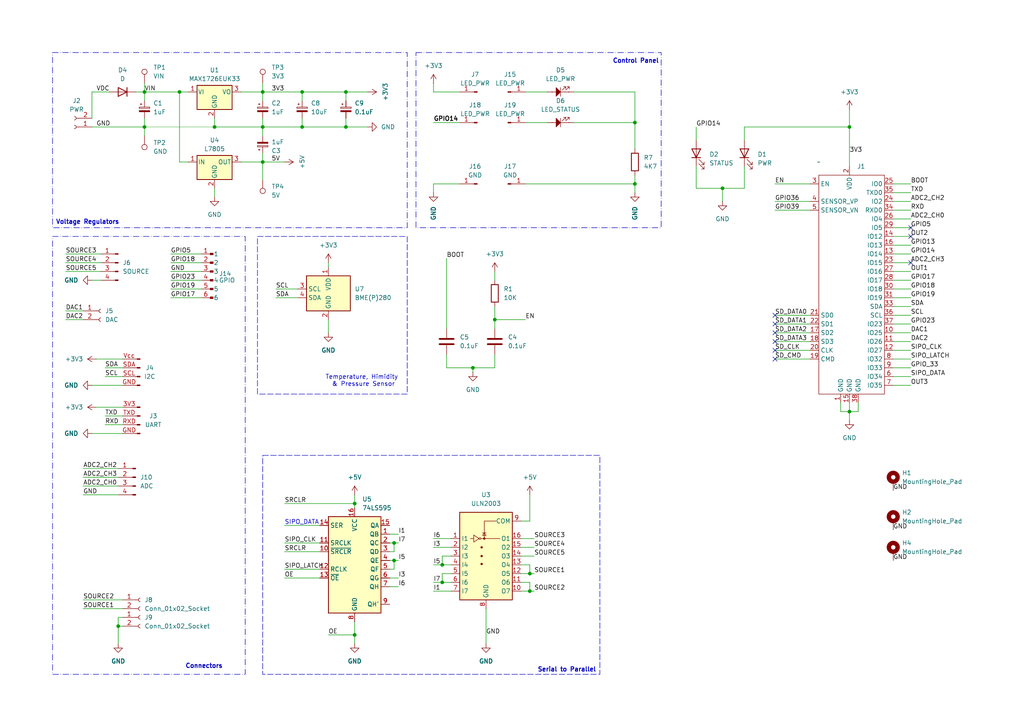
<source format=kicad_sch>
(kicad_sch (version 20231120) (generator "eeschema") (generator_version "8.0")
  (paper "A4")
  (junction (at 595.63 139.7))
  (junction (at 102.87 184.15))
  (junction (at 87.63 26.67))
  (junction (at 518.16 15.24))
  (junction (at 62.23 36.83))
  (junction (at 153.67 166.37))
  (junction (at 76.2 36.83))
  (junction (at 184.15 35.56))
  (junction (at 487.68 22.86))
  (junction (at 153.67 171.45))
  (junction (at 128.27 168.91))
  (junction (at 100.33 36.83))
  (junction (at 595.63 116.84))
  (junction (at 595.63 132.08))
  (junction (at 595.63 124.46))
  (junction (at 246.38 36.83))
  (junction (at 543.56 57.15))
  (junction (at 41.91 36.83))
  (junction (at 52.07 26.67))
  (junction (at 478.79 156.21))
  (junction (at 76.2 46.99))
  (junction (at 114.3 157.48))
  (junction (at 543.56 93.98))
  (junction (at 377.19 151.13))
  (junction (at 246.38 119.38))
  (junction (at 114.3 162.56))
  (junction (at 401.32 163.83))
  (junction (at 143.51 92.71))
  (junction (at 495.3 168.91))
  (junction (at 100.33 26.67))
  (junction (at 76.2 26.67))
  (junction (at 595.63 128.27))
  (junction (at 41.91 26.67))
  (junction (at 87.63 36.83))
  (junction (at 102.87 146.05))
  (junction (at 184.15 53.34))
  (junction (at 449.58 99.06))
  (junction (at 495.3 156.21))
  (junction (at 137.16 106.68))
  (junction (at 487.68 15.24))
  (junction (at 209.55 54.61))
  (junction (at 595.63 135.89))
  (junction (at 504.19 22.86))
  (junction (at 595.63 120.65))
  (junction (at 128.27 163.83))
  (junction (at 34.29 181.61))
  (no_connect (at 224.79 96.52))
  (no_connect (at 224.79 104.14))
  (no_connect (at 361.95 113.03))
  (no_connect (at 224.79 99.06))
  (no_connect (at 264.16 66.04))
  (no_connect (at 264.16 76.2))
  (no_connect (at 264.16 68.58))
  (no_connect (at 224.79 93.98))
  (no_connect (at 224.79 101.6))
  (no_connect (at 224.79 91.44))
  (wire (pts (xy 478.79 168.91) (xy 476.25 168.91)))
  (wire (pts (xy 114.3 162.56) (xy 114.3 165.1)))
  (wire (pts (xy 259.08 58.42) (xy 264.16 58.42)))
  (wire (pts (xy 553.72 62.23) (xy 556.26 62.23)))
  (wire (pts (xy 62.23 54.61) (xy 62.23 57.15)))
  (wire (pts (xy 52.07 26.67) (xy 54.61 26.67)))
  (wire (pts (xy 588.01 135.89) (xy 595.63 135.89)))
  (wire (pts (xy 482.6 95.25) (xy 492.76 95.25)))
  (wire (pts (xy 113.03 162.56) (xy 114.3 162.56)))
  (wire (pts (xy 224.79 101.6) (xy 234.95 101.6)))
  (wire (pts (xy 34.29 179.07) (xy 34.29 181.61)))
  (wire (pts (xy 30.48 109.22) (xy 35.56 109.22)))
  (wire (pts (xy 151.13 171.45) (xy 153.67 171.45)))
  (wire (pts (xy 41.91 36.83) (xy 62.23 36.83)) (stroke (width 0.0254)))
  (wire (pts (xy 482.6 97.79) (xy 492.76 97.79)))
  (wire (pts (xy 358.14 171.45) (xy 361.95 171.45)))
  (wire (pts (xy 102.87 180.34) (xy 102.87 184.15)))
  (wire (pts (xy 82.55 157.48) (xy 92.71 157.48)))
  (wire (pts (xy 572.77 120.65) (xy 580.39 120.65)))
  (wire (pts (xy 184.15 26.67) (xy 184.15 35.56)))
  (wire (pts (xy 615.95 24.13) (xy 622.3 24.13)))
  (wire (pts (xy 588.01 124.46) (xy 595.63 124.46)))
  (wire (pts (xy 184.15 50.8) (xy 184.15 53.34)))
  (wire (pts (xy 24.13 173.99) (xy 35.56 173.99)))
  (wire (pts (xy 574.04 64.77) (xy 580.39 64.77)))
  (wire (pts (xy 574.04 69.85) (xy 580.39 69.85)))
  (wire (pts (xy 129.54 106.68) (xy 137.16 106.68)))
  (wire (pts (xy 595.63 139.7) (xy 595.63 143.51)))
  (wire (pts (xy 41.91 26.67) (xy 52.07 26.67)))
  (wire (pts (xy 259.08 63.5) (xy 264.16 63.5)))
  (wire (pts (xy 209.55 54.61) (xy 215.9 54.61)))
  (wire (pts (xy 588.01 120.65) (xy 595.63 120.65)))
  (wire (pts (xy 495.3 158.75) (xy 495.3 156.21)))
  (wire (pts (xy 377.19 151.13) (xy 382.27 151.13)))
  (wire (pts (xy 224.79 99.06) (xy 234.95 99.06)))
  (wire (pts (xy 54.61 46.99) (xy 52.07 46.99)))
  (wire (pts (xy 30.48 120.65) (xy 35.56 120.65)))
  (wire (pts (xy 495.3 156.21) (xy 504.19 156.21)))
  (wire (pts (xy 482.6 130.81) (xy 494.03 130.81)))
  (wire (pts (xy 518.16 62.23) (xy 533.4 62.23)))
  (wire (pts (xy 24.13 140.97) (xy 34.29 140.97)))
  (wire (pts (xy 401.32 142.24) (xy 401.32 146.05)))
  (wire (pts (xy 82.55 160.02) (xy 92.71 160.02)))
  (wire (pts (xy 604.52 48.26) (xy 604.52 59.69)))
  (wire (pts (xy 574.04 67.31) (xy 580.39 67.31)))
  (wire (pts (xy 246.38 31.75) (xy 246.38 36.83)))
  (wire (pts (xy 259.08 78.74) (xy 264.16 78.74)))
  (wire (pts (xy 128.27 163.83) (xy 130.81 163.83)))
  (wire (pts (xy 128.27 168.91) (xy 130.81 168.91)))
  (wire (pts (xy 259.08 81.28) (xy 264.16 81.28)))
  (wire (pts (xy 615.95 26.67) (xy 622.3 26.67)))
  (wire (pts (xy 615.95 19.05) (xy 622.3 19.05)))
  (wire (pts (xy 482.6 125.73) (xy 494.03 125.73)))
  (wire (pts (xy 553.72 77.47) (xy 556.26 77.47)))
  (wire (pts (xy 482.6 15.24) (xy 487.68 15.24)))
  (wire (pts (xy 27.94 104.14) (xy 35.56 104.14)))
  (wire (pts (xy 153.67 171.45) (xy 154.94 171.45)))
  (wire (pts (xy 572.77 128.27) (xy 580.39 128.27)))
  (wire (pts (xy 125.73 156.21) (xy 130.81 156.21)))
  (wire (pts (xy 389.89 151.13) (xy 393.7 151.13)))
  (wire (pts (xy 452.12 95.25) (xy 452.12 99.06)))
  (wire (pts (xy 62.23 34.29) (xy 62.23 36.83)))
  (wire (pts (xy 100.33 36.83) (xy 106.68 36.83)))
  (wire (pts (xy 151.13 156.21) (xy 154.94 156.21)))
  (wire (pts (xy 29.21 78.74) (xy 19.05 78.74)))
  (wire (pts (xy 551.22 22.73) (xy 558.84 22.73)))
  (wire (pts (xy 243.84 119.38) (xy 246.38 119.38)))
  (wire (pts (xy 114.3 157.48) (xy 115.57 157.48)))
  (wire (pts (xy 125.73 26.67) (xy 125.73 24.13)))
  (wire (pts (xy 76.2 34.29) (xy 76.2 36.83)))
  (wire (pts (xy 29.21 73.66) (xy 19.05 73.66)))
  (wire (pts (xy 259.08 53.34) (xy 264.16 53.34)))
  (wire (pts (xy 87.63 26.67) (xy 87.63 29.21)))
  (wire (pts (xy 504.19 22.86) (xy 504.19 26.67)))
  (wire (pts (xy 49.53 81.28) (xy 58.42 81.28)))
  (wire (pts (xy 595.63 120.65) (xy 595.63 124.46)))
  (wire (pts (xy 153.67 151.13) (xy 151.13 151.13)))
  (wire (pts (xy 574.04 62.23) (xy 580.39 62.23)))
  (wire (pts (xy 461.01 67.31) (xy 466.09 67.31)))
  (wire (pts (xy 201.93 36.83) (xy 201.93 40.64)))
  (wire (pts (xy 469.9 15.24) (xy 474.98 15.24)))
  (wire (pts (xy 49.53 83.82) (xy 58.42 83.82)))
  (wire (pts (xy 151.13 168.91) (xy 153.67 168.91)))
  (wire (pts (xy 26.67 81.28) (xy 29.21 81.28)))
  (wire (pts (xy 518.16 67.31) (xy 533.4 67.31)))
  (wire (pts (xy 102.87 146.05) (xy 102.87 147.32)))
  (wire (pts (xy 595.63 128.27) (xy 595.63 132.08)))
  (wire (pts (xy 458.47 168.91) (xy 461.01 168.91)))
  (wire (pts (xy 595.63 116.84) (xy 595.63 120.65)))
  (wire (pts (xy 504.19 163.83) (xy 504.19 168.91)))
  (wire (pts (xy 631.19 8.89) (xy 631.19 12.7)))
  (wire (pts (xy 604.52 59.69) (xy 600.71 59.69)))
  (wire (pts (xy 125.73 53.34) (xy 125.73 55.88)))
  (wire (pts (xy 615.95 77.47) (xy 621.03 77.47)))
  (wire (pts (xy 234.95 53.34) (xy 224.79 53.34)))
  (wire (pts (xy 358.14 173.99) (xy 361.95 173.99)))
  (wire (pts (xy 166.37 35.56) (xy 184.15 35.56)))
  (wire (pts (xy 133.35 26.67) (xy 125.73 26.67)))
  (wire (pts (xy 102.87 143.51) (xy 102.87 146.05)))
  (wire (pts (xy 26.67 26.67) (xy 31.75 26.67)))
  (wire (pts (xy 243.84 116.84) (xy 243.84 119.38)))
  (wire (pts (xy 434.34 55.88) (xy 438.15 55.88)))
  (wire (pts (xy 588.01 132.08) (xy 595.63 132.08)))
  (wire (pts (xy 41.91 39.37) (xy 41.91 36.83)))
  (wire (pts (xy 19.05 90.17) (xy 24.13 90.17)))
  (wire (pts (xy 224.79 60.96) (xy 234.95 60.96)))
  (wire (pts (xy 543.56 48.26) (xy 543.56 57.15)))
  (wire (pts (xy 543.56 93.98) (xy 543.56 96.52)))
  (wire (pts (xy 504.19 161.29) (xy 506.73 161.29)))
  (wire (pts (xy 574.04 74.93) (xy 580.39 74.93)))
  (wire (pts (xy 49.53 76.2) (xy 58.42 76.2)))
  (wire (pts (xy 34.29 181.61) (xy 35.56 181.61)))
  (wire (pts (xy 27.94 118.11) (xy 35.56 118.11)))
  (wire (pts (xy 41.91 26.67) (xy 41.91 29.21)))
  (wire (pts (xy 143.51 88.9) (xy 143.51 92.71)))
  (wire (pts (xy 143.51 92.71) (xy 152.4 92.71)))
  (wire (pts (xy 153.67 163.83) (xy 153.67 166.37)))
  (wire (pts (xy 518.16 74.93) (xy 533.4 74.93)))
  (wire (pts (xy 259.08 106.68) (xy 264.16 106.68)))
  (wire (pts (xy 41.91 34.29) (xy 41.91 36.83)))
  (wire (pts (xy 209.55 58.42) (xy 209.55 54.61)))
  (wire (pts (xy 152.4 35.56) (xy 158.75 35.56)))
  (wire (pts (xy 615.95 74.93) (xy 621.03 74.93)))
  (wire (pts (xy 224.79 93.98) (xy 234.95 93.98)))
  (wire (pts (xy 153.67 143.51) (xy 153.67 151.13)))
  (wire (pts (xy 24.13 176.53) (xy 35.56 176.53)))
  (wire (pts (xy 486.41 173.99) (xy 487.68 173.99)))
  (wire (pts (xy 224.79 91.44) (xy 234.95 91.44)))
  (wire (pts (xy 113.03 160.02) (xy 114.3 160.02)))
  (wire (pts (xy 361.95 118.11) (xy 373.38 118.11)))
  (wire (pts (xy 113.03 167.64) (xy 115.57 167.64)))
  (wire (pts (xy 215.9 48.26) (xy 215.9 54.61)))
  (wire (pts (xy 52.07 26.67) (xy 52.07 46.99)))
  (wire (pts (xy 259.08 101.6) (xy 264.16 101.6)))
  (wire (pts (xy 342.9 113.03) (xy 346.71 113.03)))
  (wire (pts (xy 35.56 179.07) (xy 34.29 179.07)))
  (wire (pts (xy 76.2 46.99) (xy 82.55 46.99)))
  (wire (pts (xy 41.91 24.13) (xy 41.91 26.67)))
  (wire (pts (xy 76.2 36.83) (xy 87.63 36.83)))
  (wire (pts (xy 588.01 128.27) (xy 595.63 128.27)))
  (wire (pts (xy 259.08 104.14) (xy 264.16 104.14)))
  (wire (pts (xy 152.4 26.67) (xy 158.75 26.67)))
  (wire (pts (xy 567.73 10.03) (xy 567.73 13.84)))
  (wire (pts (xy 151.13 161.29) (xy 154.94 161.29)))
  (wire (pts (xy 401.32 156.21) (xy 401.32 163.83)))
  (wire (pts (xy 631.19 33.02) (xy 631.19 35.56)))
  (wire (pts (xy 259.08 93.98) (xy 264.16 93.98)))
  (wire (pts (xy 461.01 69.85) (xy 466.09 69.85)))
  (wire (pts (xy 143.51 102.87) (xy 143.51 106.68)))
  (wire (pts (xy 215.9 36.83) (xy 215.9 40.64)))
  (wire (pts (xy 82.55 152.4) (xy 92.71 152.4)))
  (wire (pts (xy 504.19 156.21) (xy 504.19 161.29)))
  (wire (pts (xy 553.72 69.85) (xy 556.26 69.85)))
  (wire (pts (xy 482.6 134.62) (xy 482.6 130.81)))
  (wire (pts (xy 600.71 69.85) (xy 605.79 69.85)))
  (wire (pts (xy 80.01 86.36) (xy 86.36 86.36)))
  (wire (pts (xy 151.13 163.83) (xy 153.67 163.83)))
  (wire (pts (xy 35.56 111.76) (xy 26.67 111.76)))
  (wire (pts (xy 151.13 158.75) (xy 154.94 158.75)))
  (wire (pts (xy 495.3 156.21) (xy 478.79 156.21)))
  (wire (pts (xy 30.48 123.19) (xy 35.56 123.19)))
  (wire (pts (xy 476.25 173.99) (xy 478.79 173.99)))
  (wire (pts (xy 125.73 35.56) (xy 133.35 35.56)))
  (wire (pts (xy 87.63 26.67) (xy 100.33 26.67)))
  (wire (pts (xy 595.63 113.03) (xy 595.63 116.84)))
  (wire (pts (xy 201.93 54.61) (xy 209.55 54.61)))
  (wire (pts (xy 76.2 36.83) (xy 76.2 39.37)))
  (wire (pts (xy 259.08 55.88) (xy 264.16 55.88)))
  (wire (pts (xy 452.12 99.06) (xy 449.58 99.06)))
  (wire (pts (xy 259.08 99.06) (xy 264.16 99.06)))
  (wire (pts (xy 574.04 77.47) (xy 580.39 77.47)))
  (wire (pts (xy 461.01 62.23) (xy 466.09 62.23)))
  (wire (pts (xy 143.51 92.71) (xy 143.51 95.25)))
  (wire (pts (xy 201.93 48.26) (xy 201.93 54.61)))
  (wire (pts (xy 102.87 184.15) (xy 102.87 186.69)))
  (wire (pts (xy 553.72 74.93) (xy 556.26 74.93)))
  (wire (pts (xy 449.58 95.25) (xy 449.58 99.06)))
  (wire (pts (xy 448.31 27.94) (xy 448.31 31.75)))
  (wire (pts (xy 574.04 80.01) (xy 580.39 80.01)))
  (wire (pts (xy 434.34 58.42) (xy 438.15 58.42)))
  (wire (pts (xy 518.16 77.47) (xy 533.4 77.47)))
  (wire (pts (xy 533.4 57.15) (xy 543.56 57.15)))
  (wire (pts (xy 553.72 72.39) (xy 556.26 72.39)))
  (wire (pts (xy 551.22 20.19) (xy 558.84 20.19)))
  (wire (pts (xy 100.33 26.67) (xy 100.33 29.21)))
  (wire (pts (xy 482.6 128.27) (xy 494.03 128.27)))
  (wire (pts (xy 358.14 166.37) (xy 361.95 166.37)))
  (wire (pts (xy 487.68 16.51) (xy 487.68 15.24)))
  (wire (pts (xy 482.6 123.19) (xy 494.03 123.19)))
  (wire (pts (xy 518.16 22.86) (xy 504.19 22.86)))
  (wire (pts (xy 590.55 85.09) (xy 590.55 93.98)))
  (wire (pts (xy 588.01 139.7) (xy 595.63 139.7)))
  (wire (pts (xy 62.23 36.83) (xy 76.2 36.83)))
  (wire (pts (xy 401.32 163.83) (xy 401.32 172.72)))
  (wire (pts (xy 358.14 168.91) (xy 361.95 168.91)))
  (wire (pts (xy 361.95 115.57) (xy 373.38 115.57)))
  (wire (pts (xy 259.08 86.36) (xy 264.16 86.36)))
  (wire (pts (xy 224.79 104.14) (xy 234.95 104.14)))
  (wire (pts (xy 485.14 90.17) (xy 492.76 90.17)))
  (wire (pts (xy 449.58 99.06) (xy 449.58 101.6)))
  (wire (pts (xy 543.56 90.17) (xy 543.56 93.98)))
  (wire (pts (xy 76.2 29.21) (xy 76.2 26.67)))
  (wire (pts (xy 615.95 67.31) (xy 621.03 67.31)))
  (wire (pts (xy 80.01 83.82) (xy 86.36 83.82)))
  (wire (pts (xy 259.08 60.96) (xy 264.16 60.96)))
  (wire (pts (xy 76.2 46.99) (xy 76.2 52.07)))
  (wire (pts (xy 472.44 22.86) (xy 487.68 22.86)))
  (wire (pts (xy 125.73 168.91) (xy 128.27 168.91)))
  (wire (pts (xy 572.77 135.89) (xy 580.39 135.89)))
  (wire (pts (xy 259.08 71.12) (xy 264.16 71.12)))
  (wire (pts (xy 259.08 88.9) (xy 264.16 88.9)))
  (wire (pts (xy 469.9 17.78) (xy 472.44 17.78)))
  (wire (pts (xy 615.95 80.01) (xy 621.03 80.01)))
  (wire (pts (xy 553.72 67.31) (xy 556.26 67.31)))
  (wire (pts (xy 26.67 36.83) (xy 41.91 36.83)))
  (wire (pts (xy 401.32 163.83) (xy 393.7 163.83)))
  (wire (pts (xy 24.13 138.43) (xy 34.29 138.43)))
  (wire (pts (xy 125.73 53.34) (xy 133.35 53.34)))
  (wire (pts (xy 482.6 100.33) (xy 482.6 97.79)))
  (wire (pts (xy 125.73 171.45) (xy 130.81 171.45)))
  (wire (pts (xy 377.19 142.24) (xy 377.19 151.13)))
  (wire (pts (xy 511.81 15.24) (xy 518.16 15.24)))
  (wire (pts (xy 572.77 116.84) (xy 580.39 116.84)))
  (wire (pts (xy 224.79 58.42) (xy 234.95 58.42)))
  (wire (pts (xy 615.95 62.23) (xy 621.03 62.23)))
  (wire (pts (xy 495.3 179.07) (xy 495.3 182.88)))
  (wire (pts (xy 113.03 154.94) (xy 115.57 154.94)))
  (wire (pts (xy 35.56 125.73) (xy 26.67 125.73)))
  (wire (pts (xy 600.71 77.47) (xy 605.79 77.47)))
  (wire (pts (xy 572.77 124.46) (xy 580.39 124.46)))
  (wire (pts (xy 259.08 76.2) (xy 264.16 76.2)))
  (wire (pts (xy 100.33 34.29) (xy 100.33 36.83)))
  (wire (pts (xy 506.73 163.83) (xy 504.19 163.83)))
  (wire (pts (xy 590.55 93.98) (xy 543.56 93.98)))
  (wire (pts (xy 327.66 113.03) (xy 335.28 113.03)))
  (wire (pts (xy 95.25 76.2) (xy 95.25 77.47)))
  (wire (pts (xy 49.53 86.36) (xy 58.42 86.36)))
  (wire (pts (xy 246.38 119.38) (xy 246.38 121.92)))
  (wire (pts (xy 259.08 68.58) (xy 264.16 68.58)))
  (wire (pts (xy 600.71 74.93) (xy 605.79 74.93)))
  (wire (pts (xy 615.95 82.55) (xy 621.03 82.55)))
  (wire (pts (xy 259.08 96.52) (xy 264.16 96.52)))
  (wire (pts (xy 595.63 135.89) (xy 595.63 139.7)))
  (wire (pts (xy 259.08 111.76) (xy 264.16 111.76)))
  (wire (pts (xy 478.79 156.21) (xy 478.79 168.91)))
  (wire (pts (xy 76.2 44.45) (xy 76.2 46.99)))
  (wire (pts (xy 125.73 158.75) (xy 130.81 158.75)))
  (wire (pts (xy 82.55 165.1) (xy 92.71 165.1)))
  (wire (pts (xy 246.38 36.83) (xy 246.38 48.26)))
  (wire (pts (xy 129.54 74.93) (xy 129.54 95.25)))
  (wire (pts (xy 572.77 139.7) (xy 580.39 139.7)))
  (wire (pts (xy 600.71 72.39) (xy 605.79 72.39)))
  (wire (pts (xy 485.14 118.11) (xy 494.03 118.11)))
  (wire (pts (xy 384.81 163.83) (xy 386.08 163.83)))
  (wire (pts (xy 461.01 72.39) (xy 466.09 72.39)))
  (wire (pts (xy 344.17 123.19) (xy 344.17 118.11)))
  (wire (pts (xy 184.15 53.34) (xy 184.15 55.88)))
  (wire (pts (xy 153.67 168.91) (xy 153.67 171.45)))
  (wire (pts (xy 455.93 173.99) (xy 461.01 173.99)))
  (wire (pts (xy 69.85 46.99) (xy 76.2 46.99)))
  (wire (pts (xy 69.85 26.67) (xy 76.2 26.67)))
  (wire (pts (xy 518.16 21.59) (xy 518.16 22.86)))
  (wire (pts (xy 472.44 17.78) (xy 472.44 22.86)))
  (wire (pts (xy 600.71 64.77) (xy 605.79 64.77)))
  (wire (pts (xy 518.16 69.85) (xy 533.4 69.85)))
  (wire (pts (xy 19.05 92.71) (xy 24.13 92.71)))
  (wire (pts (xy 34.29 181.61) (xy 34.29 186.69)))
  (wire (pts (xy 82.55 146.05) (xy 102.87 146.05)))
  (wire (pts (xy 248.92 119.38) (xy 246.38 119.38)))
  (wire (pts (xy 377.19 168.91) (xy 377.19 172.72)))
  (wire (pts (xy 535.94 93.98) (xy 543.56 93.98)))
  (wire (pts (xy 153.67 166.37) (xy 154.94 166.37)))
  (wire (pts (xy 440.69 168.91) (xy 450.85 168.91)))
  (wire (pts (xy 574.04 72.39) (xy 580.39 72.39)))
  (wire (pts (xy 259.08 66.04) (xy 264.16 66.04)))
  (wire (pts (xy 113.03 157.48) (xy 114.3 157.48)))
  (wire (pts (xy 259.08 109.22) (xy 264.16 109.22)))
  (wire (pts (xy 358.14 163.83) (xy 361.95 163.83)))
  (wire (pts (xy 518.16 16.51) (xy 518.16 15.24)))
  (wire (pts (xy 482.6 120.65) (xy 494.03 120.65)))
  (wire (pts (xy 248.92 116.84) (xy 248.92 119.38)))
  (wire (pts (xy 600.71 67.31) (xy 605.79 67.31)))
  (wire (pts (xy 553.72 64.77) (xy 556.26 64.77)))
  (wire (pts (xy 588.01 113.03) (xy 595.63 113.03)))
  (wire (pts (xy 588.01 116.84) (xy 595.63 116.84)))
  (wire (pts (xy 34.29 135.89) (xy 24.13 135.89)))
  (wire (pts (xy 447.04 99.06) (xy 449.58 99.06)))
  (wire (pts (xy 482.6 92.71) (xy 492.76 92.71)))
  (wire (pts (xy 447.04 95.25) (xy 447.04 99.06)))
  (wire (pts (xy 184.15 35.56) (xy 184.15 43.18)))
  (wire (pts (xy 95.25 184.15) (xy 102.87 184.15)))
  (wire (pts (xy 259.08 83.82) (xy 264.16 83.82)))
  (wire (pts (xy 76.2 24.13) (xy 76.2 26.67)))
  (wire (pts (xy 130.81 166.37) (xy 128.27 166.37)))
  (wire (pts (xy 259.08 73.66) (xy 264.16 73.66)))
  (wire (pts (xy 615.95 64.77) (xy 621.03 64.77)))
  (wire (pts (xy 130.81 161.29) (xy 128.27 161.29)))
  (wire (pts (xy 487.68 15.24) (xy 496.57 15.24)))
  (wire (pts (xy 518.16 15.24) (xy 525.78 15.24)))
  (wire (pts (xy 461.01 44.45) (xy 466.09 44.45)))
  (wire (pts (xy 487.68 22.86) (xy 504.19 22.86)))
  (wire (pts (xy 143.51 78.74) (xy 143.51 81.28)))
  (wire (pts (xy 495.3 166.37) (xy 495.3 168.91)))
  (wire (pts (xy 125.73 163.83) (xy 128.27 163.83)))
  (wire (pts (xy 87.63 34.29) (xy 87.63 36.83)))
  (wire (pts (xy 487.68 21.59) (xy 487.68 22.86)))
  (wire (pts (xy 49.53 73.66) (xy 58.42 73.66)))
  (wire (pts (xy 30.48 106.68) (xy 35.56 106.68)))
  (wire (pts (xy 600.71 80.01) (xy 605.79 80.01)))
  (wire (pts (xy 259.08 91.44) (xy 264.16 91.44)))
  (wire (pts (xy 26.67 26.67) (xy 26.67 34.29)))
  (wire (pts (xy 615.95 21.59) (xy 622.3 21.59)))
  (wire (pts (xy 358.14 161.29) (xy 361.95 161.29)))
  (wire (pts (xy 152.4 53.34) (xy 184.15 53.34)))
  (wire (pts (xy 137.16 106.68) (xy 137.16 107.95)))
  (wire (pts (xy 24.13 143.51) (xy 34.29 143.51)))
  (wire (pts (xy 224.79 96.52) (xy 234.95 96.52)))
  (wire (pts (xy 377.19 151.13) (xy 377.19 158.75)))
  (wire (pts (xy 572.77 132.08) (xy 580.39 132.08)))
  (wire (pts (xy 128.27 161.29) (xy 128.27 163.83)))
  (wire (pts (xy 113.03 165.1) (xy 114.3 165.1)))
  (wire (pts (xy 113.03 170.18) (xy 115.57 170.18)))
  (wire (pts (xy 95.25 92.71) (xy 95.25 96.52)))
  (wire (pts (xy 567.73 29.08) (xy 567.73 34.16)))
  (wire (pts (xy 595.63 124.46) (xy 595.63 128.27)))
  (wire (pts (xy 129.54 102.87) (xy 129.54 106.68)))
  (wire (pts (xy 478.79 153.67) (xy 478.79 156.21)))
  (wire (pts (xy 151.13 166.37) (xy 153.67 166.37)))
  (wire (pts (xy 140.97 176.53) (xy 140.97 186.69)))
  (wire (pts (xy 76.2 26.67) (xy 87.63 26.67)))
  (wire (pts (xy 450.85 27.94) (xy 450.85 31.75)))
  (wire (pts (xy 49.53 78.74) (xy 58.42 78.74)))
  (wire (pts (xy 29.21 76.2) (xy 19.05 76.2)))
  (wire (pts (xy 344.17 118.11) (xy 346.71 118.11)))
  (wire (pts (xy 137.16 106.68) (xy 143.51 106.68)))
  (wire (pts (xy 215.9 36.83) (xy 246.38 36.83)))
  (wire (pts (xy 504.19 168.91) (xy 495.3 168.91)))
  (wire (pts (xy 114.3 162.56) (xy 115.57 162.56)))
  (wire (pts (xy 455.93 182.88) (xy 455.93 173.99)))
  (wire (pts (xy 128.27 166.37) (xy 128.27 168.91)))
  (wire (pts (xy 246.38 116.84) (xy 246.38 119.38)))
  (wire (pts (xy 595.63 132.08) (xy 595.63 135.89)))
  (wire (pts (xy 615.95 72.39) (xy 621.03 72.39)))
  (wire (pts (xy 114.3 160.02) (xy 114.3 157.48)))
  (wire (pts (xy 553.72 80.01) (xy 556.26 80.01)))
  (wire (pts (xy 580.39 113.03) (xy 572.77 113.03)))
  (wire (pts (xy 600.71 62.23) (xy 605.79 62.23)))
  (wire (pts (xy 166.37 26.67) (xy 184.15 26.67)))
  (wire (pts (xy 87.63 36.83) (xy 100.33 36.83)))
  (wire (pts (xy 461.01 64.77) (xy 466.09 64.77)))
  (wire (pts (xy 615.95 69.85) (xy 621.03 69.85)))
  (wire (pts (xy 100.33 26.67) (xy 106.68 26.67)))
  (wire (pts (xy 39.37 26.67) (xy 41.91 26.67)))
  (wire (pts (xy 82.55 167.64) (xy 92.71 167.64)))
  (rectangle (start 328.93 137.16) (end 412.75 186.69) (stroke (width 0) (type dash_dot)))
  (rectangle (start 76.2 132.08) (end 173.99 195.58) (stroke (width 0) (type dash)))
  (rectangle (start 15.24 68.58) (end 71.12 195.58) (stroke (width 0) (type dash_dot)))
  (rectangle (start 74.676 68.58) (end 118.11 114.3) (stroke (width 0) (type dash)))
  (rectangle (start 120.65 15.24) (end 191.77 66.04) (stroke (width 0) (type dash_dot)))
  (rectangle (start 15.24 15.24) (end 118.11 66.04) (stroke (width 0) (type dash_dot)))
  (text "Voltage Regulators" (at 25.4 63.754 0) (effects (font (size 1.27 1.27) (thickness 0.254) (bold yes)) (justify top)))
  (text "UART Programmer" (at 401.828 184.912 0) (effects (font (size 1.27 1.27))))
  (text "Control Panel " (at 184.912 17.78 0) (effects (font (size 1.27 1.27) (thickness 0.254) (bold yes))))
  (text "Connectors\n" (at 59.182 193.294 0) (effects (font (size 1.27 1.27) (thickness 0.254) (bold yes))))
  (text "Serial to Parallel" (at 172.974 195.072 0) (effects (font (size 1.27 1.27) (bold yes)) (justify right bottom)))
  (text "Temperature, Himidity \n& Pressure Sensor" (at 105.41 110.49 0) (effects (font (size 1.27 1.27))))
  (label "SIPO_DATA" (at 264.16 109.22 0))
  (label "VIN" (at 487.68 15.24 0))
  (label "SOURCE5" (at 154.94 161.29 0))
  (label "GND" (at 259.08 142.24 0))
  (label "SPI-SDA" (at 482.6 120.65 0))
  (label "SRCLR-2" (at 518.16 69.85 0))
  (label "SOURCE3" (at 19.05 73.66 0))
  (label "O8" (at 605.79 80.01 0))
  (label "SOURCE4" (at 19.05 76.2 0))
  (label "SD_DATA1" (at 224.79 93.98 0))
  (label "SOURCE1" (at 24.13 176.53 0))
  (label "I7" (at 115.57 157.48 0))
  (label "TXD" (at 361.95 166.37 0))
  (label "GPIO5" (at 264.16 66.04 0))
  (label "SOURCE5" (at 19.05 78.74 0))
  (label "RTS" (at 401.32 172.72 0))
  (label "ADC2_CH2" (at 264.16 58.42 0))
  (label "OUT1" (at 264.16 78.74 0))
  (label "SPI-SDO" (at 482.6 128.27 0))
  (label "SPI-SCL" (at 466.09 62.23 0))
  (label "GPIO_33" (at 264.16 106.68 0))
  (label "O5" (at 605.79 72.39 0))
  (label "QF-2" (at 556.26 67.31 0))
  (label "O7" (at 615.95 74.93 0))
  (label "I3" (at 115.57 167.64 0))
  (label "O3" (at 605.79 67.31 0))
  (label "OE-2" (at 518.16 77.47 0))
  (label "O1" (at 615.95 62.23 0))
  (label "QG-2" (at 556.26 77.47 0))
  (label "OUT2" (at 264.16 68.58 0))
  (label "3V3" (at 361.95 161.29 0))
  (label "SD_DATA0" (at 224.79 91.44 0))
  (label "QE-2" (at 574.04 72.39 0))
  (label "QB-2" (at 572.77 116.84 180))
  (label "QA-2" (at 556.26 62.23 0))
  (label "EN" (at 401.32 142.24 0))
  (label "D5" (at 615.95 24.13 0))
  (label "GPIO23" (at 264.16 93.98 0))
  (label "VDC" (at 27.94 26.67 0))
  (label "GPIO13" (at 264.16 71.12 0))
  (label "SCL" (at 80.01 83.82 0))
  (label "QD-2" (at 572.77 124.46 180))
  (label "QE-2" (at 556.26 72.39 0))
  (label "SIPO_CLK" (at 82.55 157.48 0))
  (label "QF-2" (at 572.77 132.08 180))
  (label "SD_CLK" (at 224.79 101.6 0))
  (label "SPI-CSB" (at 482.6 125.73 0))
  (label "DAC2" (at 19.05 92.71 0))
  (label "OE" (at 95.25 184.15 0))
  (label "TXD" (at 264.16 55.88 0))
  (label "O5" (at 615.95 80.01 0))
  (label "GND" (at 615.95 82.55 0))
  (label "I1" (at 125.73 171.45 0))
  (label "BOOT" (at 129.54 74.93 0))
  (label "QH-2" (at 574.04 64.77 0))
  (label "ADC2_CH2" (at 24.13 135.89 0))
  (label "O7" (at 605.79 77.47 0))
  (label "SDA" (at 264.16 88.9 0))
  (label "D19" (at 615.95 26.67 0))
  (label "SD_CMD" (at 224.79 104.14 0))
  (label "ADC2_CH0" (at 24.13 140.97 0))
  (label "O8" (at 615.95 72.39 0))
  (label "SD_DATA3" (at 224.79 99.06 0))
  (label "SIPO_LATCH" (at 82.55 165.1 0))
  (label "QA-2" (at 572.77 113.03 180))
  (label "I5" (at 115.57 162.56 0))
  (label "GPIO17" (at 264.16 81.28 0))
  (label "GPIO23" (at 49.53 81.28 0))
  (label "SRCLR-2" (at 533.4 57.15 0))
  (label "3V3" (at 450.85 27.94 0))
  (label "GPIO5" (at 49.53 73.66 0))
  (label "DTR" (at 377.19 142.24 0))
  (label "GPIO13" (at 440.69 168.91 0))
  (label "SD_DATA2" (at 224.79 96.52 0))
  (label "O3" (at 615.95 67.31 0))
  (label "SDA-2" (at 551.22 22.73 0))
  (label "SPI-SCL" (at 482.6 123.19 0))
  (label "GND" (at 24.13 143.51 0))
  (label "EN" (at 152.4 92.71 0))
  (label "D18" (at 615.95 19.05 0))
  (label "RTS" (at 361.95 171.45 0))
  (label "QB-2" (at 556.26 74.93 0))
  (label "D23" (at 615.95 21.59 0))
  (label "SCL" (at 264.16 91.44 0))
  (label "SIPO_LATCH" (at 264.16 104.14 0))
  (label "QC-2" (at 574.04 80.01 0))
  (label "GPIO18" (at 264.16 83.82 0))
  (label "GPIO14" (at 201.93 36.83 0))
  (label "GPIO14" (at 264.16 73.66 0))
  (label "V1-" (at 363.22 118.11 0))
  (label "BOOT" (at 377.19 172.72 0))
  (label "RX" (at 434.34 55.88 0))
  (label "RXD" (at 30.48 123.19 0))
  (label "GPIO27" (at 327.66 113.03 0))
  (label "O1" (at 605.79 62.23 0))
  (label "SCL" (at 30.48 109.22 0))
  (label "QG-2" (at 574.04 67.31 0))
  (label "GND" (at 361.95 163.83 0))
  (label "SIPO_CLK" (at 264.16 101.6 0))
  (label "GND" (at 49.53 78.74 0))
  (label "I6" (at 125.73 156.21 0))
  (label "3V3" (at 246.38 44.45 0))
  (label "QE-2" (at 572.77 128.27 180))
  (label "ADC2_CH3" (at 264.16 76.2 0))
  (label "SPI-SDO" (at 466.09 64.77 0))
  (label "OUT3" (at 264.16 111.76 0))
  (label "SCL-2" (at 482.6 95.25 0))
  (label "GPIO39" (at 224.79 60.96 0))
  (label "I5" (at 125.73 163.83 0))
  (label "O4" (at 615.95 69.85 0))
  (label "SOURCE1" (at 154.94 166.37 0))
  (label "SPI-CSB" (at 466.09 44.45 0))
  (label "SPI-SDA" (at 466.09 72.39 0))
  (label "QC-2" (at 556.26 64.77 0))
  (label "O6" (at 615.95 77.47 0))
  (label "GND" (at 259.08 153.67 0))
  (label "GPIO17" (at 49.53 86.36 0))
  (label "GPIO18" (at 49.53 76.2 0))
  (label "SIPO_DATA-2" (at 518.16 62.23 0))
  (label "SOURCE2" (at 154.94 171.45 0))
  (label "BOOT" (at 264.16 53.34 0))
  (label "OE-2" (at 535.94 93.98 0))
  (label "RXD" (at 361.95 168.91 0))
  (label "SRCLR" (at 82.55 146.05 0))
  (label "SOURCE3" (at 154.94 156.21 0))
  (label "5V" (at 514.35 15.24 0))
  (label "O2" (at 605.79 64.77 0))
  (label "DTR" (at 361.95 173.99 0))
  (label "ADC2_CH0" (at 264.16 63.5 0))
  (label "5V" (at 78.74 46.99 0))
  (label "ADC2_CH3" (at 24.13 138.43 0))
  (label "SCL-2" (at 551.22 20.19 0))
  (label "SIPO_CLK-2" (at 518.16 67.31 0))
  (label "GND" (at 259.08 162.56 0))
  (label "VIN" (at 41.91 26.67 0))
  (label "SDA-2" (at 482.6 92.71 0))
  (label "QF-2" (at 574.04 77.47 0))
  (label "DAC2" (at 264.16 99.06 0))
  (label "O4" (at 605.79 69.85 0))
  (label "SDA" (at 80.01 86.36 0))
  (label "TX" (at 434.34 58.42 0))
  (label "QH-2" (at 572.77 139.7 180))
  (label "DAC1" (at 264.16 96.52 0))
  (label "3V3" (at 78.74 26.67 0))
  (label "OE" (at 82.55 167.64 0))
  (label "O2" (at 615.95 64.77 0))
  (label "SDA" (at 30.48 106.68 0))
  (label "QD-2" (at 574.04 74.93 0))
  (label "QD-2" (at 556.26 69.85 0))
  (label "SRCLR" (at 82.55 160.02 0))
  (label "GPIO19" (at 49.53 83.82 0))
  (label "QB-2" (at 574.04 69.85 0))
  (label "GPIO36" (at 224.79 58.42 0))
  (label "GPIO19" (at 264.16 86.36 0))
  (label "SCL-2" (at 466.09 69.85 0))
  (label "I3" (at 125.73 158.75 0))
  (label "GND" (at 27.94 36.83 0))
  (label "SIPO_LATCH-2" (at 518.16 74.93 0))
  (label "I1" (at 115.57 154.94 0))
  (label "V1+" (at 363.22 115.57 0))
  (label "DAC1" (at 19.05 90.17 0))
  (label "EN" (at 224.79 53.34 0))
  (label "VDC" (at 469.9 15.24 0))
  (label "I6" (at 115.57 170.18 0))
  (label "SIPO_DATA" (at 82.55 152.4 0))
  (label "QH-2" (at 556.26 80.01 0))
  (label "QC-2" (at 572.77 120.65 180))
  (label "GND" (at 140.97 184.15 0))
  (label "GPIO14" (at 125.73 35.56 0) (effects (font (bold yes))))
  (label "SOURCE4" (at 154.94 158.75 0))
  (label "I7" (at 125.73 168.91 0))
  (label "GND" (at 477.52 22.86 0))
  (label "TXD" (at 30.48 120.65 0))
  (label "SDA-2" (at 466.09 67.31 0))
  (label "QA-2" (at 574.04 62.23 0))
  (label "SOURCE2" (at 24.13 173.99 0))
  (label "RXD" (at 264.16 60.96 0))
  (label "QG-2" (at 572.77 135.89 180))
  (label "O6" (at 605.79 74.93 0))
  (symbol (lib_id "Connector:Conn_01x02_Socket") (at 29.21 90.17 0) (unit 1)
    (property "Reference" "J5" (at 30.48 90.1699 0) (effects (justify left)))
    (property "Value" "DAC" (at 30.48 92.7099 0) (effects (justify left)))
    (property "Footprint" "Connector_PinSocket_2.54mm:PinSocket_1x02_P2.54mm_Vertical" (effects (hide yes)))
  )
  (symbol (lib_id "power:GND") (at 631.19 35.56 0) (unit 1)
    (property "Reference" "#PWR042" (effects (hide yes)))
    (property "Value" "GND" (at 631.19 40.64 0))
  )
  (symbol (lib_id "power:GND") (at 106.68 36.83 90) (unit 1)
    (property "Reference" "#PWR03" (effects (hide yes)))
    (property "Value" "GND" (at 110.49 36.8299 90) (effects (justify right)))
  )
  (symbol (lib_name "+5V_1") (lib_id "power:+5V") (at 604.52 48.26 0) (unit 1)
    (property "Reference" "#PWR039" (effects (hide yes)))
    (property "Value" "+5V" (at 604.52 43.18 0))
    (property "Description" "Power symbol creates a global label with name \"+5V\"" (effects (hide yes)))
  )
  (symbol (lib_id "Device:R") (at 389.89 163.83 270) (unit 1) (on_board no)
    (property "Reference" "R3" (at 389.89 157.48 90))
    (property "Value" "10K" (at 389.89 160.02 90))
    (property "Footprint" "Resistor_SMD:R_1210_3225Metric_Pad1.30x2.65mm_HandSolder" (effects (hide yes)))
    (property "Description" "Resistor" (effects (hide yes)))
  )
  (symbol (lib_id "Connector:Conn_01x04_Pin") (at 39.37 138.43 0) (mirror y) (unit 1)
    (property "Reference" "J10" (at 40.64 138.4299 0) (effects (justify right)))
    (property "Value" "ADC" (at 40.64 140.9699 0) (effects (justify right)))
    (property "Footprint" "Connector_PinSocket_2.54mm:PinSocket_1x04_P2.54mm_Vertical" (effects (hide yes)))
  )
  (symbol (lib_name "+3V3_2") (lib_id "power:+3V3") (at 631.19 8.89 0) (unit 1)
    (property "Reference" "#PWR043" (effects (hide yes)))
    (property "Value" "+3V3" (at 631.19 5.08 0))
    (property "Description" "Power symbol creates a global label with name \"+3V3\"" (effects (hide yes)))
  )
  (symbol (lib_id "Device:LED") (at 584.2 135.89 180) (unit 1)
    (property "Reference" "D14" (at 585.7875 128.27 0))
    (property "Value" "PWR" (at 585.7875 130.81 0))
    (property "Footprint" "LED_SMD:LED_1210_3225Metric_Pad1.42x2.65mm_HandSolder" (effects (hide yes)))
    (property "Description" "Light emitting diode" (effects (hide yes)))
  )
  (symbol (lib_id "Device:C_Polarized_Small") (at 518.16 19.05 0) (mirror x) (unit 1)
    (property "Reference" "C7" (at 520.7 20.8661 0) (effects (justify left)))
    (property "Value" "1uF" (at 520.7 18.3261 0) (effects (justify left)))
    (property "Footprint" "Capacitor_THT:CP_Radial_D4.0mm_P2.00mm" (effects (hide yes)))
  )
  (symbol (lib_id "power:+3V3") (at 95.25 76.2 0) (unit 1)
    (property "Reference" "#PWR022" (effects (hide yes)))
    (property "Value" "+3V3" (at 95.25 71.12 0))
  )
  (symbol (lib_id "power:GND") (at 26.67 81.28 270) (unit 1)
    (property "Reference" "#PWR023" (effects (hide yes)))
    (property "Value" "GND" (at 22.86 81.28 90) (effects (font (bold yes)) (justify right)))
  )
  (symbol (lib_id "power:+3V3") (at 27.94 118.11 90) (unit 1)
    (property "Reference" "#PWR06" (effects (hide yes)))
    (property "Value" "+3V3" (at 24.13 118.1099 90) (effects (justify left)))
  )
  (symbol (lib_id "power:GND") (at 567.73 34.16 0) (unit 1)
    (property "Reference" "#PWR032" (effects (hide yes)))
    (property "Value" "GND" (at 567.73 39.24 0))
  )
  (symbol (lib_id "Device:LED") (at 584.2 124.46 180) (unit 1)
    (property "Reference" "D11" (at 585.7875 116.84 0))
    (property "Value" "PWR" (at 585.7875 119.38 0))
    (property "Footprint" "LED_SMD:LED_1210_3225Metric_Pad1.42x2.65mm_HandSolder" (effects (hide yes)))
    (property "Description" "Light emitting diode" (effects (hide yes)))
  )
  (symbol (lib_id "Alexander Symbol Library:BME(P)280") (at 96.52 87.63 0) (unit 1)
    (property "Reference" "U7" (at 102.87 83.8199 0) (effects (justify left)))
    (property "Value" "BME(P)280" (at 102.87 86.3599 0) (effects (justify left)))
    (property "Footprint" "Alexander Footprint Library:BME280_BMP280_I2C" (effects (hide yes)))
    (property "Description" "Absolute Barometric Pressure Sensor" (effects (hide yes)))
  )
  (symbol (lib_id "Device:LED") (at 201.93 44.45 90) (unit 1)
    (property "Reference" "D2" (at 205.74 44.7674 90) (effects (justify right)))
    (property "Value" "STATUS" (at 205.74 47.3074 90) (effects (justify right)))
    (property "Footprint" "LED_SMD:LED_1210_3225Metric_Pad1.42x2.65mm_HandSolder" (effects (hide yes)))
    (property "Description" "Light emitting diode" (effects (hide yes)))
  )
  (symbol (lib_id "Connector:Conn_01x01_Pin") (at 147.32 35.56 0) (mirror x) (unit 1)
    (property "Reference" "J19" (at 147.955 30.48 0))
    (property "Value" "LED_PWR" (at 147.955 33.02 0))
    (property "Footprint" "Alexander Footprint Library:Pad_1x01_P2.54_SMD" (effects (hide yes)))
    (property "Description" "Generic connector, single row, 01x01, script generated" (effects (hide yes)))
  )
  (symbol (lib_id "power:+3V3") (at 27.94 104.14 90) (unit 1)
    (property "Reference" "#PWR08" (effects (hide yes)))
    (property "Value" "+3V3" (at 24.13 104.14 90) (effects (justify left)))
  )
  (symbol (lib_id "Regulator_Linear:L7805") (at 504.19 15.24 0) (unit 1)
    (property "Reference" "U9" (at 504.19 8.89 0))
    (property "Value" "L7805" (at 504.19 11.43 0))
    (property "Footprint" "Alexander Footprint Library:LD1117" (effects (hide yes)))
    (property "Datasheet" "datasheets/Voltage-Regulator_L7805.pdf" (effects (hide yes)))
    (property "Description" "Voltage Regulator 1.5A Positive" (effects (hide yes)))
  )
  (symbol (lib_id "Alexander Symbol Library:BME(P)280") (at 569 24 0) (unit 1)
    (property "Reference" "U8" (at 575.35 20.1899 0) (effects (justify left)))
    (property "Value" "BME(P)280" (at 575.35 22.7299 0) (effects (justify left)))
    (property "Footprint" "Alexander Footprint Library:BME280_BMP280_I2C" (effects (hide yes)))
    (property "Description" "Absolute Barometric Pressure Sensor" (effects (hide yes)))
  )
  (symbol (lib_name "GND_4") (lib_id "power:GND") (at 543.56 96.52 0) (unit 1)
    (property "Reference" "#PWR036" (effects (hide yes)))
    (property "Value" "GND" (at 543.56 101.6 0) (effects (font (bold yes))))
    (property "Description" "Power symbol creates a global label with name \"GND\" , ground" (effects (hide yes)))
  )
  (symbol (lib_id "power:+3V3") (at 485.14 90.17 90) (unit 1)
    (property "Reference" "#PWR038" (effects (hide yes)))
    (property "Value" "+3V3" (at 481.33 90.17 90) (effects (justify left)))
  )
  (symbol (lib_id "power:+5V") (at 153.67 143.51 0) (unit 1)
    (property "Reference" "#PWR012" (effects (hide yes)))
    (property "Value" "+5V" (at 153.67 138.43 0))
  )
  (symbol (lib_id "Device:C_Polarized_Small") (at 87.63 31.75 0) (unit 1)
    (property "Reference" "C8" (at 90.17 29.9338 0) (effects (justify left)))
    (property "Value" "10uF" (at 90.17 32.4738 0) (effects (justify left)))
    (property "Footprint" "Capacitor_SMD:CP_Elec_3x5.3" (effects (hide yes)))
  )
  (symbol (lib_id "Transistor_Array:ULN2003") (at 140.97 161.29 0) (unit 1)
    (property "Reference" "U3" (at 140.97 143.51 0))
    (property "Value" "ULN2003" (at 140.97 146.05 0))
    (property "Footprint" "Package_DIP:DIP-16_W7.62mm" (effects (hide yes)))
    (property "Datasheet" "http://www.ti.com/lit/ds/symlink/uln2003a.pdf" (effects (hide yes)))
  )
  (symbol (lib_id "PCM_SL_Devices:LED_5mm") (at 162.56 26.67 0) (unit 1)
    (property "Reference" "D5" (at 162.56 20.32 0))
    (property "Value" "LED_PWR" (at 162.56 22.86 0))
    (property "Footprint" "LED_THT:LED_D5.0mm" (effects (hide yes)))
    (property "Description" "Common 5mm diameter LED" (effects (hide yes)))
  )
  (symbol (lib_id "Device:LED") (at 584.2 139.7 180) (unit 1)
    (property "Reference" "D15" (at 585.7875 132.08 0))
    (property "Value" "PWR" (at 585.7875 134.62 0))
    (property "Footprint" "LED_SMD:LED_1210_3225Metric_Pad1.42x2.65mm_HandSolder" (effects (hide yes)))
    (property "Description" "Light emitting diode" (effects (hide yes)))
  )
  (symbol (lib_id "Device:D") (at 495.3 162.56 270) (unit 1) (on_board no)
    (property "Reference" "D3" (at 497.84 161.2899 90) (effects (justify left)))
    (property "Value" "1N4007" (at 497.84 163.8299 90) (effects (justify left)))
    (property "Description" "Diode" (effects (hide yes)))
    (property "Sim.Device" "D" (effects (hide yes)))
    (property "Sim.Pins" "1=K 2=A" (effects (hide yes)))
  )
  (symbol (lib_id "Device:R") (at 386.08 151.13 270) (unit 1) (on_board no)
    (property "Reference" "R4" (at 386.08 144.78 90))
    (property "Value" "10K" (at 386.08 147.32 90))
    (property "Footprint" "Resistor_SMD:R_1210_3225Metric_Pad1.30x2.65mm_HandSolder" (effects (hide yes)))
    (property "Description" "Resistor" (effects (hide yes)))
  )
  (symbol (lib_name "Conn_SPI_1") (lib_id "Alexander Symbol Library:Conn_SPI") (at 499.11 135.89 0) (mirror y) (unit 1)
    (property "Reference" "J24" (at 498.475 114.3 0))
    (property "Value" "~" (at 498.475 116.84 0))
    (property "Footprint" "Alexander Footprint Library:Conn_SPI" (effects (hide yes)))
  )
  (symbol (lib_name "Conn_UART_1") (lib_id "Alexander_Library_Symbols:Conn_UART") (at 40.64 118.11 0) (mirror y) (unit 1)
    (property "Reference" "J3" (at 44.45 120.65 0))
    (property "Value" "UART" (at 44.45 123.19 0))
    (property "Footprint" "Alexander Footprints Library:Conn_UART" (effects (hide yes)))
  )
  (symbol (lib_name "+5V_1") (lib_id "power:+5V") (at 543.56 48.26 0) (unit 1)
    (property "Reference" "#PWR035" (effects (hide yes)))
    (property "Value" "+5V" (at 543.56 43.18 0))
    (property "Description" "Power symbol creates a global label with name \"+5V\"" (effects (hide yes)))
  )
  (symbol (lib_id "Device:C_Polarized_Small") (at 76.2 41.91 0) (mirror x) (unit 1)
    (property "Reference" "C3" (at 78.74 43.7261 0) (effects (justify left)))
    (property "Value" "1uF" (at 78.74 41.1861 0) (effects (justify left)))
    (property "Footprint" "Capacitor_THT:CP_Radial_D4.0mm_P2.00mm" (effects (hide yes)))
  )
  (symbol (lib_id "Device:C_Polarized_Small") (at 41.91 31.75 0) (unit 1)
    (property "Reference" "C1" (at 44.45 29.9339 0) (effects (justify left)))
    (property "Value" "1uF" (at 44.45 32.4739 0) (effects (justify left)))
    (property "Footprint" "Capacitor_THT:CP_Radial_D4.0mm_P2.00mm" (effects (hide yes)))
  )
  (symbol (lib_id "Device:R") (at 339.09 113.03 90) (unit 1) (on_board no)
    (property "Reference" "R2" (at 339.09 106.68 90))
    (property "Value" "1K" (at 339.09 109.22 90))
    (property "Footprint" "Resistor_SMD:R_1210_3225Metric_Pad1.30x2.65mm_HandSolder" (effects (hide yes)))
  )
  (symbol (lib_name "GND_6") (lib_id "power:GND") (at 455.93 182.88 0) (unit 1)
    (property "Reference" "#PWR020" (effects (hide yes)))
    (property "Value" "GND" (at 455.93 187.96 0))
    (property "Description" "Power symbol creates a global label with name \"GND\" , ground" (effects (hide yes)))
  )
  (symbol (lib_name "GND_5") (lib_id "power:GND") (at 495.3 182.88 0) (unit 1)
    (property "Reference" "#PWR019" (effects (hide yes)))
    (property "Value" "GND" (at 495.3 187.96 0))
    (property "Description" "Power symbol creates a global label with name \"GND\" , ground" (effects (hide yes)))
  )
  (symbol (lib_name "+5V_2") (lib_id "power:+5V") (at 448.31 27.94 0) (unit 1)
    (property "Reference" "#PWR030" (effects (hide yes)))
    (property "Value" "+5V" (at 448.31 22.86 0))
    (property "Description" "Power symbol creates a global label with name \"+5V\"" (effects (hide yes)))
  )
  (symbol (lib_id "power:GND") (at 26.67 111.76 270) (unit 1)
    (property "Reference" "#PWR09" (effects (hide yes)))
    (property "Value" "GND" (at 22.86 111.76 90) (effects (font (bold yes)) (justify right)))
  )
  (symbol (lib_name "GND_4") (lib_id "power:GND") (at 102.87 186.69 0) (unit 1)
    (property "Reference" "#PWR016" (effects (hide yes)))
    (property "Value" "GND" (at 102.87 191.77 0) (effects (font (bold yes))))
    (property "Description" "Power symbol creates a global label with name \"GND\" , ground" (effects (hide yes)))
  )
  (symbol (lib_name "+5V_2") (lib_id "power:+5V") (at 567.73 10.03 0) (unit 1)
    (property "Reference" "#PWR031" (effects (hide yes)))
    (property "Value" "+5V" (at 567.73 4.95 0))
    (property "Description" "Power symbol creates a global label with name \"+5V\"" (effects (hide yes)))
  )
  (symbol (lib_id "power:GND") (at 26.67 125.73 270) (unit 1)
    (property "Reference" "#PWR07" (effects (hide yes)))
    (property "Value" "GND" (at 22.86 125.73 90) (effects (font (bold yes)) (justify right)))
  )
  (symbol (lib_id "74xx:74LS595") (at 102.87 162.56 0) (unit 1)
    (property "Reference" "U5" (at 105.0641 144.78 0) (effects (justify left)))
    (property "Value" "74LS595" (at 105.0641 147.32 0) (effects (justify left)))
    (property "Footprint" "Package_DIP:DIP-16_W7.62mm" (effects (hide yes)))
    (property "Datasheet" "http://www.ti.com/lit/gpn/sn74ls595" (effects (hide yes)))
    (property "Description" "8-bit serial in/out Shift Register 3-State Outputs" (effects (hide yes)))
  )
  (symbol (lib_id "Connector:Conn_01x01_Pin") (at 147.32 26.67 0) (mirror x) (unit 1)
    (property "Reference" "J15" (at 147.955 21.59 0))
    (property "Value" "LED_PWR" (at 147.955 24.13 0))
    (property "Footprint" "Alexander Footprint Library:Pad_1x01_P2.54_SMD" (effects (hide yes)))
    (property "Description" "Generic connector, single row, 01x01, script generated" (effects (hide yes)))
  )
  (symbol (lib_id "Connector:Conn_01x02_Socket") (at 378.46 115.57 0) (unit 1) (on_board no)
    (property "Reference" "J12" (at 379.73 115.5699 0) (effects (justify left)))
    (property "Value" "Conn_01x02_Socket" (at 379.73 118.1099 0) (effects (justify left)))
    (property "Footprint" "Connector_PinSocket_2.54mm:PinSocket_1x02_P2.54mm_Vertical" (effects (hide yes)))
    (property "Description" "Generic connector, single row, 01x02, script generated" (effects (hide yes)))
  )
  (symbol (lib_id "Mechanical:MountingHole_Pad") (at 259.08 151.13 0) (unit 1)
    (property "Reference" "H2" (at 261.62 148.59 0) (effects (justify left)))
    (property "Value" "MountingHole_Pad" (at 261.62 151.13 0) (effects (justify left)))
    (property "Footprint" "MountingHole:MountingHole_3mm" (effects (hide yes)))
  )
  (symbol (lib_id "power:GND") (at 140.97 186.69 0) (unit 1)
    (property "Reference" "#PWR010" (effects (hide yes)))
    (property "Value" "GND" (at 140.97 191.77 0) (effects (font (bold yes))))
  )
  (symbol (lib_name "GND_3") (lib_id "power:GND") (at 209.55 58.42 0) (unit 1)
    (property "Reference" "#PWR015" (effects (hide yes)))
    (property "Value" "GND" (at 209.55 63.5 0))
    (property "Description" "Power symbol creates a global label with name \"GND\" , ground" (effects (hide yes)))
  )
  (symbol (lib_id "Device:D") (at 478.79 15.24 180) (unit 1)
    (property "Reference" "D7" (at 478.79 8.89 0))
    (property "Value" "D" (at 478.79 11.43 0))
    (property "Footprint" "Diode_SMD:D_1210_3225Metric" (effects (hide yes)))
    (property "Description" "Diode" (effects (hide yes)))
    (property "Sim.Device" "D" (effects (hide yes)))
    (property "Sim.Pins" "1=K 2=A" (effects (hide yes)))
  )
  (symbol (lib_id "Connector:Conn_01x02_Socket") (at 40.64 179.07 0) (unit 1)
    (property "Reference" "J9" (at 41.91 179.07 0) (effects (justify left)))
    (property "Value" "Conn_01x02_Socket" (at 41.91 181.61 0) (effects (justify left)))
    (property "Footprint" "Alexander Footprints Library:Conn_Terminal_5mm" (effects (hide yes)))
  )
  (symbol (lib_id "Connector:Conn_01x04_Pin") (at 34.29 76.2 0) (mirror y) (unit 1)
    (property "Reference" "J6" (at 35.56 76.1999 0) (effects (justify right)))
    (property "Value" "SOURCE" (at 35.56 78.7399 0) (effects (justify right)))
    (property "Footprint" "Connector_PinSocket_2.54mm:PinSocket_1x04_P2.54mm_Vertical" (effects (hide yes)))
  )
  (symbol (lib_id "power:+3V3") (at 143.51 78.74 0) (unit 1)
    (property "Reference" "#PWR024" (effects (hide yes)))
    (property "Value" "+3V3" (at 143.51 73.66 0))
  )
  (symbol (lib_name "GND_7") (lib_id "power:GND") (at 504.19 26.67 0) (unit 1)
    (property "Reference" "#PWR033" (effects (hide yes)))
    (property "Value" "GND" (at 504.19 31.75 0))
    (property "Description" "Power symbol creates a global label with name \"GND\" , ground" (effects (hide yes)))
  )
  (symbol (lib_name "GND_3") (lib_id "power:GND") (at 137.16 107.95 0) (unit 1)
    (property "Reference" "#PWR025" (effects (hide yes)))
    (property "Value" "GND" (at 137.16 113.03 0))
    (property "Description" "Power symbol creates a global label with name \"GND\" , ground" (effects (hide yes)))
  )
  (symbol (lib_id "Device:C") (at 143.51 99.06 0) (unit 1)
    (property "Reference" "C4" (at 147.32 97.7899 0) (effects (justify left)))
    (property "Value" "0.1uF" (at 147.32 100.3299 0) (effects (justify left)))
    (property "Footprint" "Capacitor_SMD:CP_Elec_3x5.3" (effects (hide yes)))
    (property "Description" "Unpolarized capacitor" (effects (hide yes)))
  )
  (symbol (lib_id "Transistor_Array:ULN2801A") (at 590.55 67.31 0) (unit 1)
    (property "Reference" "U11" (at 590.55 52.07 0))
    (property "Value" "ULN2801A" (at 590.55 54.61 0))
    (property "Footprint" "Package_DIP:DIP-18_W7.62mm" (effects (hide yes)))
    (property "Datasheet" "http://www.promelec.ru/pdf/1536.pdf" (effects (hide yes)))
    (property "Description" "Darlington Transistor Arrays, SOIC18/DIP18" (effects (hide yes)))
  )
  (symbol (lib_name "GND_1") (lib_id "power:GND") (at 34.29 186.69 0) (unit 1)
    (property "Reference" "#PWR014" (effects (hide yes)))
    (property "Value" "GND" (at 34.29 191.77 0) (effects (font (bold yes))))
    (property "Description" "Power symbol creates a global label with name \"GND\" , ground" (effects (hide yes)))
  )
  (symbol (lib_name "GND_4") (lib_id "power:GND") (at 595.63 143.51 0) (unit 1)
    (property "Reference" "#PWR040" (effects (hide yes)))
    (property "Value" "GND" (at 595.63 148.59 0) (effects (font (bold yes))))
    (property "Description" "Power symbol creates a global label with name \"GND\" , ground" (effects (hide yes)))
  )
  (symbol (lib_name "+3V3_1") (lib_id "power:+3V3") (at 125.73 24.13 0) (unit 1)
    (property "Reference" "#PWR026" (effects (hide yes)))
    (property "Value" "+3V3" (at 125.73 19.05 0))
    (property "Description" "Power symbol creates a global label with name \"+3V3\"" (effects (hide yes)))
  )
  (symbol (lib_id "Device:D") (at 35.56 26.67 180) (unit 1)
    (property "Reference" "D4" (at 35.56 20.32 0))
    (property "Value" "D" (at 35.56 22.86 0))
    (property "Footprint" "Diode_SMD:D_1210_3225Metric" (effects (hide yes)))
    (property "Description" "Diode" (effects (hide yes)))
    (property "Sim.Device" "D" (effects (hide yes)))
    (property "Sim.Pins" "1=K 2=A" (effects (hide yes)))
  )
  (symbol (lib_id "Device:LED") (at 584.2 128.27 180) (unit 1)
    (property "Reference" "D12" (at 585.7875 120.65 0))
    (property "Value" "PWR" (at 585.7875 123.19 0))
    (property "Footprint" "LED_SMD:LED_1210_3225Metric_Pad1.42x2.65mm_HandSolder" (effects (hide yes)))
    (property "Description" "Light emitting diode" (effects (hide yes)))
  )
  (symbol (lib_id "Connector:TestPoint") (at 76.2 52.07 180) (unit 1)
    (property "Reference" "TP4" (at 78.74 54.1019 0) (effects (justify right)))
    (property "Value" "5V" (at 78.74 56.6419 0) (effects (justify right)))
    (property "Footprint" "TestPoint:TestPoint_Pad_D1.5mm" (effects (hide yes)))
    (property "Description" "test point" (effects (hide yes)))
  )
  (symbol (lib_id "PCM_SL_Devices:LED_5mm") (at 162.56 35.56 0) (unit 1)
    (property "Reference" "D6" (at 162.56 29.21 0))
    (property "Value" "LED_STATUS" (at 162.56 31.75 0))
    (property "Footprint" "LED_THT:LED_D5.0mm" (effects (hide yes)))
    (property "Description" "Common 5mm diameter LED" (effects (hide yes)))
  )
  (symbol (lib_id "Connector:Conn_01x02_Socket") (at 40.64 173.99 0) (unit 1)
    (property "Reference" "J8" (at 41.91 173.99 0) (effects (justify left)))
    (property "Value" "Conn_01x02_Socket" (at 41.91 176.53 0) (effects (justify left)))
    (property "Footprint" "Alexander Footprints Library:Conn_Terminal_5mm" (effects (hide yes)))
  )
  (symbol (lib_id "power:GND") (at 482.6 100.33 0) (unit 1)
    (property "Reference" "#PWR037" (effects (hide yes)))
    (property "Value" "GND" (at 482.6 104.14 90) (effects (font (bold yes)) (justify right)))
  )
  (symbol (lib_id "Connector:Conn_01x02_Socket") (at 21.59 36.83 180) (unit 1)
    (property "Reference" "J2" (at 22.225 29.21 0))
    (property "Value" "PWR" (at 22.225 31.75 0))
    (property "Footprint" "Connector_PinSocket_2.54mm:PinSocket_1x02_P2.54mm_Vertical" (effects (hide yes)))
  )
  (symbol (lib_id "Regulator_Linear:L7805") (at 62.23 46.99 0) (unit 1)
    (property "Reference" "U4" (at 62.23 40.64 0))
    (property "Value" "L7805" (at 62.23 43.18 0))
    (property "Footprint" "Alexander Footprint Library:LD1117" (effects (hide yes)))
    (property "Datasheet" "datasheets/Voltage-Regulator_L7805.pdf" (effects (hide yes)))
    (property "Description" "Voltage Regulator 1.5A Positive" (effects (hide yes)))
  )
  (symbol (lib_id "Device:R") (at 184.15 46.99 0) (unit 1)
    (property "Reference" "R7" (at 186.69 45.7199 0) (effects (justify left)))
    (property "Value" "4K7" (at 186.69 48.2599 0) (effects (justify left)))
    (property "Footprint" "Resistor_SMD:R_1206_3216Metric_Pad1.30x1.75mm_HandSolder" (effects (hide yes)))
  )
  (symbol (lib_id "Connector:Conn_01x02_Socket") (at 464.82 17.78 180) (unit 1)
    (property "Reference" "J21" (at 465.455 10.16 0))
    (property "Value" "PWR" (at 465.455 12.7 0))
    (property "Footprint" "Connector_PinSocket_2.54mm:PinSocket_1x02_P2.54mm_Vertical" (effects (hide yes)))
  )
  (symbol (lib_id "Alexander_Library_Symbols:BME(P)280") (at 632.46 22.86 0) (unit 1)
    (property "Reference" "U10" (at 638.81 21.5899 0) (effects (justify left)))
    (property "Value" "BME(P)280" (at 638.81 24.1299 0) (effects (justify left)))
    (property "Footprint" "Alexander Footprint Library:BME280_BMP280_I2C" (effects (hide yes)))
    (property "Description" "Absolute Barometric Pressure Sensor" (effects (hide yes)))
  )
  (symbol (lib_id "Device:C_Polarized_Small") (at 100.33 31.75 0) (unit 1)
    (property "Reference" "C9" (at 102.87 29.9338 0) (effects (justify left)))
    (property "Value" "0.1uF" (at 102.87 32.4738 0) (effects (justify left)))
    (property "Footprint" "Capacitor_SMD:CP_Elec_3x5.3" (effects (hide yes)))
  )
  (symbol (lib_id "Device:LED") (at 215.9 44.45 90) (unit 1)
    (property "Reference" "D1" (at 219.71 44.7674 90) (effects (justify right)))
    (property "Value" "PWR" (at 219.71 47.3074 90) (effects (justify right)))
    (property "Footprint" "LED_SMD:LED_1210_3225Metric_Pad1.42x2.65mm_HandSolder" (effects (hide yes)))
    (property "Description" "Light emitting diode" (effects (hide yes)))
  )
  (symbol (lib_id "power:GND") (at 125.73 55.88 0) (unit 1)
    (property "Reference" "#PWR028" (effects (hide yes)))
    (property "Value" "GND" (at 125.73 59.69 90) (effects (font (bold yes)) (justify right)))
  )
  (symbol (lib_id "Simulation_SPICE:NPN") (at 398.78 151.13 0) (unit 1) (on_board no)
    (property "Reference" "Q1" (at 403.86 149.8599 0) (effects (justify left)))
    (property "Value" "NPN" (at 403.86 152.3999 0) (effects (justify left)))
    (property "Footprint" "Package_TO_SOT_THT:TO-92_Inline_W4.0mm_Horizontal_FlatSideDown" (effects (hide yes)))
    (property "Datasheet" "https://ngspice.sourceforge.io/docs/ngspice-html-manual/manual.xhtml#cha_BJTs" (effects (hide yes)))
    (property "Description" "Bipolar transistor symbol for simulation only, substrate tied to the emitter" (effects (hide yes)))
    (property "Sim.Device" "NPN" (effects (hide yes)))
    (property "Sim.Type" "GUMMELPOON" (effects (hide yes)))
    (property "Sim.Pins" "1=C 2=B 3=E" (effects (hide yes)))
  )
  (symbol (lib_id "Device:LED") (at 584.2 132.08 180) (unit 1)
    (property "Reference" "D13" (at 585.7875 124.46 0))
    (property "Value" "PWR" (at 585.7875 127 0))
    (property "Footprint" "LED_SMD:LED_1210_3225Metric_Pad1.42x2.65mm_HandSolder" (effects (hide yes)))
    (property "Description" "Light emitting diode" (effects (hide yes)))
  )
  (symbol (lib_name "+5V_2") (lib_id "power:+5V") (at 478.79 153.67 0) (unit 1)
    (property "Reference" "#PWR018" (effects (hide yes)))
    (property "Value" "+5V" (at 478.79 148.59 0))
    (property "Description" "Power symbol creates a global label with name \"+5V\"" (effects (hide yes)))
  )
  (symbol (lib_id "Device:R") (at 454.66 168.91 270) (unit 1) (on_board no)
    (property "Reference" "R5" (at 454.66 162.56 90))
    (property "Value" "470" (at 454.66 165.1 90))
    (property "Footprint" "Resistor_SMD:R_1206_3216Metric_Pad1.30x1.75mm_HandSolder" (effects (hide yes)))
    (property "Description" "Resistor" (effects (hide yes)))
  )
  (symbol (lib_id "Device:LED") (at 584.2 116.84 180) (unit 1)
    (property "Reference" "D9" (at 585.7875 109.22 0))
    (property "Value" "PWR" (at 585.7875 111.76 0))
    (property "Footprint" "LED_SMD:LED_1210_3225Metric_Pad1.42x2.65mm_HandSolder" (effects (hide yes)))
    (property "Description" "Light emitting diode" (effects (hide yes)))
  )
  (symbol (lib_name "+5V_2") (lib_id "power:+5V") (at 525.78 15.24 270) (unit 1)
    (property "Reference" "#PWR034" (effects (hide yes)))
    (property "Value" "+5V" (at 529.59 15.2399 90) (effects (justify left)))
    (property "Description" "Power symbol creates a global label with name \"+5V\"" (effects (hide yes)))
  )
  (symbol (lib_id "Connector:Conn_01x01_Pin") (at 138.43 35.56 180) (unit 1)
    (property "Reference" "J18" (at 137.795 30.48 0))
    (property "Value" "LED_PWR" (at 137.795 33.02 0))
    (property "Footprint" "Alexander Footprint Library:PinSocket_1x01_P2.54" (effects (hide yes)))
    (property "Description" "Generic connector, single row, 01x01, script generated" (effects (hide yes)))
  )
  (symbol (lib_id "power:GND") (at 62.23 57.15 0) (unit 1)
    (property "Reference" "#PWR013" (effects (hide yes)))
    (property "Value" "GND" (at 62.23 62.23 0))
  )
  (symbol (lib_id "Device:C_Polarized_Small") (at 76.2 31.75 0) (unit 1)
    (property "Reference" "C2" (at 78.74 29.9339 0) (effects (justify left)))
    (property "Value" "1uF" (at 78.74 32.4739 0) (effects (justify left)))
    (property "Footprint" "Capacitor_THT:CP_Radial_D4.0mm_P2.00mm" (effects (hide yes)))
  )
  (symbol (lib_id "Connector:Conn_01x02_Socket") (at 511.81 161.29 0) (unit 1) (on_board no)
    (property "Reference" "J11" (at 513.08 161.2899 0) (effects (justify left)))
    (property "Value" "Conn_01x02_Socket" (at 513.08 163.8299 0) (effects (justify left)))
    (property "Footprint" "Connector_PinSocket_2.54mm:PinSocket_1x02_P2.54mm_Vertical" (effects (hide yes)))
    (property "Description" "Generic connector, single row, 01x02, script generated" (effects (hide yes)))
  )
  (symbol (lib_id "Alexander_Library_Symbols:Conn_I2C_01x04") (at 497.84 92.71 0) (mirror y) (unit 1)
    (property "Reference" "J23" (at 500.634 92.71 0))
    (property "Value" "I2C" (at 500.634 95.25 0))
    (property "Footprint" "Alexander Footprint Library:Conn_I2C" (effects (hide yes)))
  )
  (symbol (lib_id "Switch:SW_Push") (at 387.35 105.41 0) (unit 1)
    (property "Reference" "SW1" (at 387.35 97.79 0))
    (property "Value" "SW_Push" (at 387.35 100.33 0))
    (property "Footprint" "Button_Switch_THT:SW_PUSH_6mm" (effects (hide yes)))
    (property "Description" "Push button switch, generic, two pins" (effects (hide yes)))
  )
  (symbol (lib_id "Connector:Conn_01x01_Pin") (at 138.43 26.67 180) (unit 1)
    (property "Reference" "J7" (at 137.795 21.59 0))
    (property "Value" "LED_PWR" (at 137.795 24.13 0))
    (property "Footprint" "Alexander Footprint Library:PinSocket_1x01_P2.54" (effects (hide yes)))
    (property "Description" "Generic connector, single row, 01x01, script generated" (effects (hide yes)))
  )
  (symbol (lib_id "power:+3V3") (at 246.38 31.75 0) (unit 1)
    (property "Reference" "#PWR02" (effects (hide yes)))
    (property "Value" "+3V3" (at 246.38 26.67 0))
  )
  (symbol (lib_id "Connector:TestPoint") (at 41.91 39.37 180) (unit 1)
    (property "Reference" "TP2" (at 44.45 41.4019 0) (effects (justify right)))
    (property "Value" "GND" (at 44.45 43.9419 0) (effects (justify right)))
    (property "Footprint" "TestPoint:TestPoint_Pad_D1.5mm" (effects (hide yes)))
    (property "Description" "test point" (effects (hide yes)))
  )
  (symbol (lib_id "Simulation_SPICE:NPN") (at 379.73 163.83 180) (unit 1) (on_board no)
    (property "Reference" "Q2" (at 374.65 165.1001 0) (effects (justify left)))
    (property "Value" "NPN" (at 374.65 162.5601 0) (effects (justify left)))
    (property "Footprint" "Package_TO_SOT_THT:TO-92_Inline_W4.0mm_Horizontal_FlatSideDown" (effects (hide yes)))
    (property "Datasheet" "https://ngspice.sourceforge.io/docs/ngspice-html-manual/manual.xhtml#cha_BJTs" (effects (hide yes)))
    (property "Description" "Bipolar transistor symbol for simulation only, substrate tied to the emitter" (effects (hide yes)))
    (property "Sim.Device" "NPN" (effects (hide yes)))
    (property "Sim.Type" "GUMMELPOON" (effects (hide yes)))
    (property "Sim.Pins" "1=C 2=B 3=E" (effects (hide yes)))
  )
  (symbol (lib_id "Connector:Conn_01x01_Pin") (at 138.43 53.34 180) (unit 1)
    (property "Reference" "J16" (at 137.795 48.26 0))
    (property "Value" "GND" (at 137.795 50.8 0))
    (property "Footprint" "Alexander Footprint Library:PinSocket_1x01_P2.54" (effects (hide yes)))
    (property "Description" "Generic connector, single row, 01x01, script generated" (effects (hide yes)))
  )
  (symbol (lib_id "Simulation_SPICE:NPN") (at 492.76 173.99 0) (unit 1) (on_board no)
    (property "Reference" "Q3" (at 497.84 172.7199 0) (effects (justify left)))
    (property "Value" "2N3904" (at 497.84 175.2599 0) (effects (justify left)))
    (property "Footprint" "Package_TO_SOT_THT:TO-92" (effects (hide yes)))
    (property "Datasheet" "https://ngspice.sourceforge.io/docs/ngspice-html-manual/manual.xhtml#cha_BJTs" (effects (hide yes)))
    (property "Description" "Bipolar transistor symbol for simulation only, substrate tied to the emitter" (effects (hide yes)))
    (property "Sim.Device" "NPN" (effects (hide yes)))
    (property "Sim.Type" "GUMMELPOON" (effects (hide yes)))
    (property "Sim.Pins" "1=C 2=B 3=E" (effects (hide yes)))
  )
  (symbol (lib_id "power:+5V") (at 82.55 46.99 270) (unit 1)
    (property "Reference" "#PWR05" (effects (hide yes)))
    (property "Value" "+5V" (at 87.63 46.99 0))
  )
  (symbol (lib_name "74LS595_1") (lib_id "74xx:74LS595") (at 543.56 72.39 0) (unit 1)
    (property "Reference" "U26" (at 545.7541 54.84 0) (effects (justify left)))
    (property "Value" "74LS595" (at 545.7541 57.38 0) (effects (justify left)))
    (property "Footprint" "Package_SO:SO-16_3.9x9.9mm_P1.27mm" (effects (hide yes)))
    (property "Datasheet" "http://www.ti.com/lit/gpn/sn74ls595" (effects (hide yes)))
    (property "Description" "8-bit serial in/out Shift Register 3-State Outputs" (effects (hide yes)))
  )
  (symbol (lib_id "power:GND") (at 449.58 101.6 0) (unit 1)
    (property "Reference" "#PWR029" (effects (hide yes)))
    (property "Value" "GND" (at 449.58 106.68 0))
  )
  (symbol (lib_id "Mechanical:MountingHole_Pad") (at 259.08 139.7 0) (unit 1)
    (property "Reference" "H1" (at 261.62 137.16 0) (effects (justify left)))
    (property "Value" "MountingHole_Pad" (at 261.62 139.7 0) (effects (justify left)))
    (property "Footprint" "MountingHole:MountingHole_3mm" (effects (hide yes)))
  )
  (symbol (lib_id "Alexander Symbol Library:ESP32-WROOM-32U-38pins") (at 440.69 92.71 0) (unit 1)
    (property "Reference" "J20" (at 453.0441 30.48 0) (effects (justify left)))
    (property "Value" "~" (at 454.3141 33.02 0) (effects (justify left)))
    (property "Footprint" "Alexander Footprint Library:Conn_ESP32_WROOM-DevKit-38pins" (effects (hide yes)))
    (property "Description" "Connector ESP32 WROOM 32D Module 38pins anthena" (effects (hide yes)))
  )
  (symbol (lib_id "Device:LED") (at 584.2 113.03 180) (unit 1)
    (property "Reference" "D8" (at 585.7875 105.41 0))
    (property "Value" "PWR" (at 585.7875 107.95 0))
    (property "Footprint" "LED_SMD:LED_1210_3225Metric_Pad1.42x2.65mm_HandSolder" (effects (hide yes)))
    (property "Description" "Light emitting diode" (effects (hide yes)))
  )
  (symbol (lib_id "Device:C") (at 129.54 99.06 0) (unit 1)
    (property "Reference" "C5" (at 133.35 97.7899 0) (effects (justify left)))
    (property "Value" "0.1uF" (at 133.35 100.3299 0) (effects (justify left)))
    (property "Footprint" "Capacitor_SMD:CP_Elec_3x5.3" (effects (hide yes)))
    (property "Description" "Unpolarized capacitor" (effects (hide yes)))
  )
  (symbol (lib_id "Connector:TestPoint") (at 41.91 24.13 0) (unit 1)
    (property "Reference" "TP1" (at 44.45 19.5579 0) (effects (justify left)))
    (property "Value" "VIN" (at 44.45 22.0979 0) (effects (justify left)))
    (property "Footprint" "TestPoint:TestPoint_Pad_D1.5mm" (effects (hide yes)))
    (property "Description" "test point" (effects (hide yes)))
  )
  (symbol (lib_id "Device:R") (at 482.6 173.99 270) (unit 1) (on_board no)
    (property "Reference" "R6" (at 482.6 167.64 90))
    (property "Value" "120" (at 482.6 170.18 90))
    (property "Footprint" "Resistor_SMD:R_1206_3216Metric_Pad1.30x1.75mm_HandSolder" (effects (hide yes)))
    (property "Description" "Resistor" (effects (hide yes)))
  )
  (symbol (lib_id "Connector:Conn_01x09_Pin") (at 626.11 72.39 0) (mirror y) (unit 1)
    (property "Reference" "J22" (at 627.38 73.6601 0) (effects (justify right)))
    (property "Value" "Conn_01x09_Pin" (at 627.38 71.1201 0) (effects (justify right)))
    (property "Footprint" "Connector_PinHeader_2.54mm:PinHeader_1x09_P2.54mm_Vertical" (effects (hide yes)))
    (property "Description" "Generic connector, single row, 01x09, script generated" (effects (hide yes)))
  )
  (symbol (lib_id "Regulator_Linear:LM78M05_TO220") (at 62.23 26.67 0) (unit 1)
    (property "Reference" "U1" (at 62.23 20.32 0))
    (property "Value" "MAX1726EUK33" (at 62.23 22.86 0))
    (property "Footprint" "Package_TO_SOT_SMD:SOT-223-3_TabPin2" (effects (hide yes)))
    (property "Datasheet" "https://www.onsemi.com/pub/Collateral/MC78M00-D.PDF" (effects (hide yes)))
  )
  (symbol (lib_id "Mechanical:MountingHole_Pad") (at 259.08 160.02 0) (unit 1)
    (property "Reference" "H4" (at 261.62 157.48 0) (effects (justify left)))
    (property "Value" "MountingHole_Pad" (at 261.62 160.02 0) (effects (justify left)))
    (property "Footprint" "MountingHole:MountingHole_3mm" (effects (hide yes)))
  )
  (symbol (lib_id "Isolator:4N35") (at 354.33 115.57 0) (unit 1) (on_board no)
    (property "Reference" "U2" (at 354.33 106.68 0))
    (property "Value" "4N35" (at 354.33 109.22 0))
    (property "Footprint" "Package_DIP:DIP-6_W7.62mm" (effects (hide yes)))
    (property "Datasheet" "https://www.vishay.com/docs/81181/4n35.pdf" (effects (hide yes)))
    (property "Description" "Optocoupler, Phototransistor Output, with Base Connection, Vce 70V, CTR 100%, Viso 5000V, DIP6" (effects (hide yes)))
  )
  (symbol (lib_id "Alexander_Library_Symbols:Conn_2x3") (at 60.96 71.12 0) (unit 1)
    (property "Reference" "J14" (at 63.5 79.3749 0) (effects (justify left)))
    (property "Value" "GPIO" (at 63.5 81.28 0) (effects (justify left)))
    (property "Footprint" "Alexander Footprint Library:CONN_2x3" (effects (hide yes)))
    (property "Description" "Connector 2x3" (effects (hide yes)))
  )
  (symbol (lib_id "power:+3V3") (at 106.68 26.67 270) (unit 1)
    (property "Reference" "#PWR04" (effects (hide yes)))
    (property "Value" "+3V3" (at 111.76 26.67 0))
  )
  (symbol (lib_id "power:+3V3") (at 485.14 118.11 90) (unit 1)
    (property "Reference" "#PWR044" (effects (hide yes)))
    (property "Value" "+3V3" (at 481.33 118.11 90) (effects (justify left)))
  )
  (symbol (lib_id "Device:LED") (at 584.2 120.65 180) (unit 1)
    (property "Reference" "D10" (at 585.7875 113.03 0))
    (property "Value" "PWR" (at 585.7875 115.57 0))
    (property "Footprint" "LED_SMD:LED_1210_3225Metric_Pad1.42x2.65mm_HandSolder" (effects (hide yes)))
    (property "Description" "Light emitting diode" (effects (hide yes)))
  )
  (symbol (lib_id "Connector:TestPoint") (at 76.2 24.13 0) (unit 1)
    (property "Reference" "TP3" (at 78.74 19.5579 0) (effects (justify left)))
    (property "Value" "3V3" (at 78.74 22.0979 0) (effects (justify left)))
    (property "Footprint" "TestPoint:TestPoint_Pad_D1.5mm" (effects (hide yes)))
    (property "Description" "test point" (effects (hide yes)))
  )
  (symbol (lib_id "Alexander_Library_Symbols:Conn_I2C_01x04") (at 40.64 106.68 0) (mirror y) (unit 1)
    (property "Reference" "J4" (at 43.434 106.68 0))
    (property "Value" "I2C" (at 43.434 109.22 0))
    (property "Footprint" "Alexander Footprints Library:Conn_I2C" (effects (hide yes)))
  )
  (symbol (lib_id "Isolator:PC817") (at 468.63 171.45 0) (unit 1) (on_board no)
    (property "Reference" "U6" (at 468.63 162.56 0))
    (property "Value" "PC817" (at 468.63 165.1 0))
    (property "Footprint" "Package_DIP:DIP-4_W7.62mm" (effects (hide yes)))
    (property "Datasheet" "http://www.soselectronic.cz/a_info/resource/d/pc817.pdf" (effects (hide yes)))
    (property "Description" "DC Optocoupler, Vce 35V, CTR 50-300%, DIP-4" (effects (hide yes)))
  )
  (symbol (lib_id "Device:C_Polarized_Small") (at 487.68 19.05 0) (unit 1)
    (property "Reference" "C6" (at 490.22 17.2339 0) (effects (justify left)))
    (property "Value" "1uF" (at 490.22 19.7739 0) (effects (justify left)))
    (property "Footprint" "Capacitor_THT:CP_Radial_D4.0mm_P2.00mm" (effects (hide yes)))
  )
  (symbol (lib_name "GND_5") (lib_id "power:GND") (at 95.25 96.52 0) (unit 1)
    (property "Reference" "#PWR021" (effects (hide yes)))
    (property "Value" "GND" (at 95.25 101.6 0) (effects (font (bold yes))))
    (property "Description" "Power symbol creates a global label with name \"GND\" , ground" (effects (hide yes)))
  )
  (symbol (lib_id "Device:R") (at 143.51 85.09 0) (unit 1)
    (property "Reference" "R1" (at 146.05 83.82 0) (effects (justify left)))
    (property "Value" "10K" (at 146.05 86.36 0) (effects (justify left)))
    (property "Footprint" "Resistor_SMD:R_1206_3216Metric_Pad1.30x1.75mm_HandSolder" (effects (hide yes)))
  )
  (symbol (lib_id "power:GND") (at 184.15 55.88 0) (unit 1)
    (property "Reference" "#PWR027" (effects (hide yes)))
    (property "Value" "GND" (at 184.15 59.69 90) (effects (font (bold yes)) (justify right)))
  )
  (symbol (lib_name "+5V_1") (lib_id "power:+5V") (at 102.87 143.51 0) (unit 1)
    (property "Reference" "#PWR017" (effects (hide yes)))
    (property "Value" "+5V" (at 102.87 138.43 0))
    (property "Description" "Power symbol creates a global label with name \"+5V\"" (effects (hide yes)))
  )
  (symbol (lib_id "Connector:Conn_01x01_Pin") (at 147.32 53.34 0) (mirror x) (unit 1)
    (property "Reference" "J17" (at 147.955 48.26 0))
    (property "Value" "GND" (at 147.955 50.8 0))
    (property "Footprint" "Alexander Footprint Library:Pad_1x01_P2.54_SMD" (effects (hide yes)))
    (property "Description" "Generic connector, single row, 01x01, script generated" (effects (hide yes)))
  )
  (symbol (lib_name "GND_2") (lib_id "power:GND") (at 344.17 123.19 0) (unit 1)
    (property "Reference" "#PWR011" (effects (hide yes)))
    (property "Value" "GND" (at 344.17 128.27 0))
    (property "Description" "Power symbol creates a global label with name \"GND\" , ground" (effects (hide yes)))
  )
  (symbol (lib_id "power:GND") (at 482.6 134.62 0) (unit 1)
    (property "Reference" "#PWR041" (effects (hide yes)))
    (property "Value" "GND" (at 482.6 138.43 90) (effects (font (bold yes)) (justify right)))
  )
  (symbol (lib_id "Connector:Conn_01x06_Socket") (at 353.06 166.37 0) (mirror y) (unit 1) (on_board no)
    (property "Reference" "J13" (at 351.79 166.3699 0) (effects (justify left)))
    (property "Value" "Conn_01x06_Socket" (at 351.79 168.9099 0) (effects (justify left)))
    (property "Footprint" "Connector_PinSocket_2.54mm:PinSocket_1x06_P2.54mm_Vertical" (effects (hide yes)))
    (property "Description" "Generic connector, single row, 01x06, script generated" (effects (hide yes)))
  )
  (symbol (lib_id "power:GND") (at 246.38 121.92 0) (unit 1)
    (property "Reference" "#PWR01" (effects (hide yes)))
    (property "Value" "GND" (at 246.38 127 0))
  )
  (symbol (lib_id "Alexander_Library_Symbols:ESP32-WROOM-32D-SOCKET") (at 237.49 46.99 0) (unit 1)
    (property "Reference" "J1" (at 248.5741 48.26 0) (effects (justify left)))
    (property "Value" "~" (at 237.49 46.99 0))
    (property "Footprint" "Alexander Footprints Library:ESP32-WROOM-Adapter-Socket-2" (effects (hide yes)))
  )
  (sheet (at 318.77 -1.27) (size 219.71 5.08) (stroke (width 0.1524))
    (property "Sheetname" "Extras" (at 318.77 -1.9816 0) (show_name yes) (effects (justify left bottom)))
    (property "Sheetfile" "untitled.kicad_sch" (at 318.77 4.3946 0) (effects (justify left top)))
  )
)
</source>
